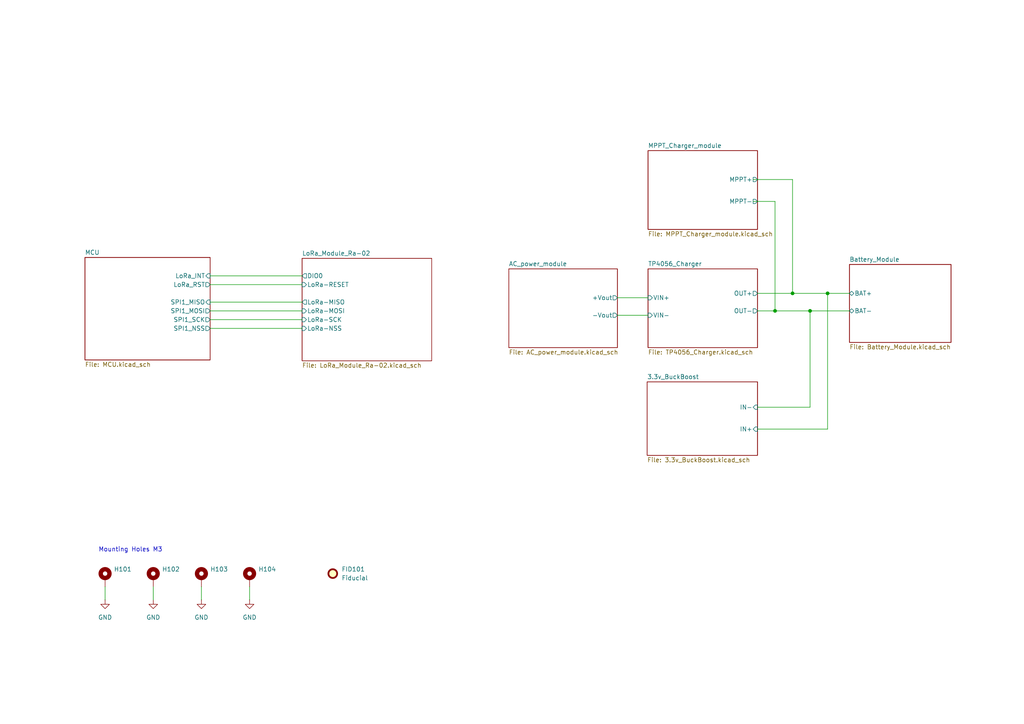
<source format=kicad_sch>
(kicad_sch (version 20250114) (generator "eeschema") (generator_version "9.0")
  (paper "A4")
  (lib_symbols
    (symbol "Mechanical:Fiducial" (in_bom no)
      (property "Reference" "FID" (at 0 5.08 0))
      (property "Value" "Fiducial" (at 0 3.175 0))
      (symbol "Fiducial_0_1"
        (circle (center 0 0) (radius 1.27) (stroke (width 0.508)) (fill (type background)))
      )
    )
    (symbol "Mechanical:MountingHole_Pad" (pin_numbers (hide yes)) (pin_names (offset 1.016) (hide yes)) (in_bom no)
      (property "Reference" "H" (at 0 6.35 0))
      (property "Value" "MountingHole_Pad" (at 0 4.445 0))
      (symbol "MountingHole_Pad_0_1"
        (circle (center 0 1.27) (radius 1.27) (stroke (width 1.27)))
      )
      (symbol "MountingHole_Pad_1_1"
        (pin input line (at 0 -2.54 90) (length 2.54) (name "1") (number "1"))
      )
    )
    (symbol "power:GND" (power) (pin_numbers (hide yes)) (pin_names (offset 0) (hide yes))
      (property "Value" "GND" (at 0 -3.81 0))
      (symbol "GND_0_1"
        (polyline (pts (xy 0 0) (xy 0 -1.27) (xy 1.27 -1.27) (xy 0 -2.54) (xy -1.27 -1.27) (xy 0 -1.27)))
      )
      (symbol "GND_1_1"
        (pin power_in line (at 0 0 270) (length 0) (name "~") (number "1"))
      )
    )
  )
  (text "Mounting Holes M3" (at 37.846 159.512 0) (effects (font (size 1.27 1.27))))
  (junction (at 234.95 90.17))
  (junction (at 224.79 90.17))
  (junction (at 229.87 85.09))
  (junction (at 240.03 85.09))
  (wire (pts (xy 179.07 86.36) (xy 187.96 86.36)))
  (wire (pts (xy 58.42 170.18) (xy 58.42 173.99)))
  (wire (pts (xy 218.44 58.42) (xy 224.79 58.42)))
  (wire (pts (xy 60.96 95.25) (xy 87.63 95.25)))
  (wire (pts (xy 60.96 87.63) (xy 87.63 87.63)))
  (wire (pts (xy 218.44 52.07) (xy 229.87 52.07)))
  (wire (pts (xy 219.71 85.09) (xy 229.87 85.09)))
  (wire (pts (xy 224.79 90.17) (xy 234.95 90.17)))
  (wire (pts (xy 219.71 124.46) (xy 240.03 124.46)))
  (wire (pts (xy 219.71 118.11) (xy 234.95 118.11)))
  (wire (pts (xy 44.45 170.18) (xy 44.45 173.99)))
  (wire (pts (xy 229.87 85.09) (xy 229.87 52.07)))
  (wire (pts (xy 229.87 85.09) (xy 240.03 85.09)))
  (wire (pts (xy 240.03 124.46) (xy 240.03 85.09)))
  (wire (pts (xy 234.95 90.17) (xy 246.38 90.17)))
  (wire (pts (xy 60.96 82.55) (xy 87.63 82.55)))
  (wire (pts (xy 179.07 91.44) (xy 187.96 91.44)))
  (wire (pts (xy 30.48 170.18) (xy 30.48 173.99)))
  (wire (pts (xy 60.96 90.17) (xy 87.63 90.17)))
  (wire (pts (xy 224.79 58.42) (xy 224.79 90.17)))
  (wire (pts (xy 72.39 170.18) (xy 72.39 173.99)))
  (wire (pts (xy 219.71 90.17) (xy 224.79 90.17)))
  (wire (pts (xy 234.95 90.17) (xy 234.95 118.11)))
  (wire (pts (xy 60.96 92.71) (xy 87.63 92.71)))
  (wire (pts (xy 240.03 85.09) (xy 246.38 85.09)))
  (wire (pts (xy 60.96 80.01) (xy 87.63 80.01)))
  (symbol (lib_id "power:GND") (at 72.39 173.99 0) (unit 1)
    (property "Reference" "#PWR0104" (effects (hide yes)))
    (property "Value" "GND" (at 72.39 179.07 0))
    (property "Description" "Power symbol creates a global label with name \"GND\" , ground" (effects (hide yes)))
  )
  (symbol (lib_id "Mechanical:MountingHole_Pad") (at 30.48 167.64 0) (unit 1) (in_bom no)
    (property "Reference" "H101" (at 33.02 165.0999 0) (effects (justify left)))
    (property "Value" "MountingHole_Pad" (effects (hide yes)))
    (property "Footprint" "MountingHole:MountingHole_3.2mm_M3_Pad_TopBottom" (effects (hide yes)))
    (property "Description" "Mounting Hole with connection" (effects (hide yes)))
  )
  (symbol (lib_id "power:GND") (at 30.48 173.99 0) (unit 1)
    (property "Reference" "#PWR0101" (effects (hide yes)))
    (property "Value" "GND" (at 30.48 179.07 0))
    (property "Description" "Power symbol creates a global label with name \"GND\" , ground" (effects (hide yes)))
  )
  (symbol (lib_id "Mechanical:MountingHole_Pad") (at 72.39 167.64 0) (unit 1) (in_bom no)
    (property "Reference" "H104" (at 74.93 165.0999 0) (effects (justify left)))
    (property "Value" "MountingHole_Pad" (effects (hide yes)))
    (property "Footprint" "MountingHole:MountingHole_3.2mm_M3_Pad_TopBottom" (effects (hide yes)))
    (property "Description" "Mounting Hole with connection" (effects (hide yes)))
  )
  (symbol (lib_id "power:GND") (at 58.42 173.99 0) (unit 1)
    (property "Reference" "#PWR0103" (effects (hide yes)))
    (property "Value" "GND" (at 58.42 179.07 0))
    (property "Description" "Power symbol creates a global label with name \"GND\" , ground" (effects (hide yes)))
  )
  (symbol (lib_id "Mechanical:MountingHole_Pad") (at 58.42 167.64 0) (unit 1) (in_bom no)
    (property "Reference" "H103" (at 60.96 165.0999 0) (effects (justify left)))
    (property "Value" "MountingHole_Pad" (effects (hide yes)))
    (property "Footprint" "MountingHole:MountingHole_3.2mm_M3_Pad_TopBottom" (effects (hide yes)))
    (property "Description" "Mounting Hole with connection" (effects (hide yes)))
  )
  (symbol (lib_id "Mechanical:Fiducial") (at 96.52 166.37 0) (unit 1) (in_bom no)
    (property "Reference" "FID101" (at 99.06 165.0999 0) (effects (justify left)))
    (property "Value" "Fiducial" (at 99.06 167.6399 0) (effects (justify left)))
    (property "Footprint" "Fiducial:Fiducial_1mm_Mask3mm" (effects (hide yes)))
    (property "Description" "Fiducial Marker" (effects (hide yes)))
  )
  (symbol (lib_id "Mechanical:MountingHole_Pad") (at 44.45 167.64 0) (unit 1) (in_bom no)
    (property "Reference" "H102" (at 46.99 165.0999 0) (effects (justify left)))
    (property "Value" "MountingHole_Pad" (effects (hide yes)))
    (property "Footprint" "MountingHole:MountingHole_3.2mm_M3_Pad_TopBottom" (effects (hide yes)))
    (property "Description" "Mounting Hole with connection" (effects (hide yes)))
  )
  (symbol (lib_id "power:GND") (at 44.45 173.99 0) (unit 1)
    (property "Reference" "#PWR0102" (effects (hide yes)))
    (property "Value" "GND" (at 44.45 179.07 0))
    (property "Description" "Power symbol creates a global label with name \"GND\" , ground" (effects (hide yes)))
  )
  (sheet (at 187.706 110.744) (size 32.004 21.336) (stroke (width 0.1524))
    (property "Sheetname" "3.3v_BuckBoost" (at 187.706 110.0324 0) (effects (justify left bottom)))
    (property "Sheetfile" "3.3v_BuckBoost.kicad_sch" (at 187.706 132.6646 0) (effects (justify left top)))
    (pin "IN+" input (at 219.71 124.46 0))
    (pin "IN-" input (at 219.71 118.11 0))
  )
  (sheet (at 187.96 77.978) (size 31.75 22.86) (stroke (width 0.1524))
    (property "Sheetname" "TP4056_Charger" (at 187.96 77.2664 0) (effects (justify left bottom)))
    (property "Sheetfile" "TP4056_Charger.kicad_sch" (at 187.96 101.4226 0) (effects (justify left top)))
    (pin "OUT+" output (at 219.71 85.09 0))
    (pin "VIN+" input (at 187.96 86.36 180))
    (pin "VIN-" input (at 187.96 91.44 180))
    (pin "OUT-" output (at 219.71 90.17 0))
  )
  (sheet (at 87.63 74.93) (size 37.592 29.718) (stroke (width 0.1524))
    (property "Sheetname" "LoRa_Module_Ra-02" (at 87.63 74.2184 0) (effects (justify left bottom)))
    (property "Sheetfile" "LoRa_Module_Ra-02.kicad_sch" (at 87.63 105.2326 0) (effects (justify left top)))
    (pin "DIO0" output (at 87.63 80.01 180))
    (pin "LoRa-MISO" output (at 87.63 87.63 180))
    (pin "LoRa-MOSI" input (at 87.63 90.17 180))
    (pin "LoRa-NSS" input (at 87.63 95.25 180))
    (pin "LoRa-RESET" input (at 87.63 82.55 180))
    (pin "LoRa-SCK" input (at 87.63 92.71 180))
  )
  (sheet (at 147.574 77.978) (size 31.496 22.86) (stroke (width 0.1524))
    (property "Sheetname" "AC_power_module" (at 147.574 77.2664 0) (effects (justify left bottom)))
    (property "Sheetfile" "AC_power_module.kicad_sch" (at 147.574 101.4226 0) (effects (justify left top)))
    (pin "+Vout" output (at 179.07 86.36 0))
    (pin "-Vout" output (at 179.07 91.44 0))
  )
  (sheet (at 246.38 76.708) (size 29.464 22.606) (stroke (width 0.1524))
    (property "Sheetname" "Battery_Module" (at 246.38 75.9964 0) (effects (justify left bottom)))
    (property "Sheetfile" "Battery_Module.kicad_sch" (at 246.38 99.8986 0) (effects (justify left top)))
    (pin "BAT+" bidirectional (at 246.38 85.09 180))
    (pin "BAT-" bidirectional (at 246.38 90.17 180))
  )
  (sheet (at 24.638 74.676) (size 36.322 29.718) (stroke (width 0.1524))
    (property "Sheetname" "MCU" (at 24.638 73.9644 0) (effects (justify left bottom)))
    (property "Sheetfile" "MCU.kicad_sch" (at 24.638 104.9786 0) (effects (justify left top)))
    (pin "LoRa_INT" input (at 60.96 80.01 0))
    (pin "LoRa_RST" output (at 60.96 82.55 0))
    (pin "SPI1_MISO" input (at 60.96 87.63 0))
    (pin "SPI1_MOSI" output (at 60.96 90.17 0))
    (pin "SPI1_NSS" output (at 60.96 95.25 0))
    (pin "SPI1_SCK" output (at 60.96 92.71 0))
  )
  (sheet (at 187.96 43.688) (size 31.75 22.86) (stroke (width 0.1524))
    (property "Sheetname" "MPPT_Charger_module" (at 187.96 42.9764 0) (effects (justify left bottom)))
    (property "Sheetfile" "MPPT_Charger_module.kicad_sch" (at 187.96 67.1326 0) (effects (justify left top)))
    (pin "MPPT+" output (at 219.71 52.07 0))
    (pin "MPPT-" output (at 219.71 58.42 0))
  )
)
</source>
